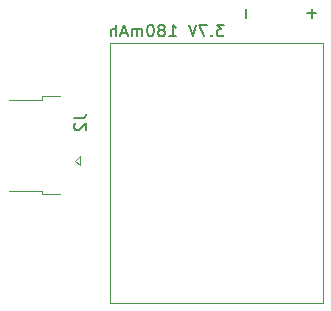
<source format=gbr>
%TF.GenerationSoftware,KiCad,Pcbnew,(5.1.9)-1*%
%TF.CreationDate,2021-06-15T19:58:51-04:00*%
%TF.ProjectId,uBMS,75424d53-2e6b-4696-9361-645f70636258,rev?*%
%TF.SameCoordinates,Original*%
%TF.FileFunction,Legend,Bot*%
%TF.FilePolarity,Positive*%
%FSLAX46Y46*%
G04 Gerber Fmt 4.6, Leading zero omitted, Abs format (unit mm)*
G04 Created by KiCad (PCBNEW (5.1.9)-1) date 2021-06-15 19:58:51*
%MOMM*%
%LPD*%
G01*
G04 APERTURE LIST*
%ADD10C,0.120000*%
%ADD11C,0.150000*%
G04 APERTURE END LIST*
D10*
%TO.C,3.7V 180mAh*%
X102870000Y-79248000D02*
X102870000Y-101248000D01*
X102870000Y-101248000D02*
X84870000Y-101248000D01*
X102870000Y-79248000D02*
X84870000Y-79248000D01*
X84870000Y-79248000D02*
X84870000Y-101248000D01*
%TO.C,J2*%
X81859000Y-89209000D02*
X82309000Y-89609000D01*
X82309000Y-89609000D02*
X82309000Y-88809000D01*
X82309000Y-88809000D02*
X81859000Y-89209000D01*
X76259000Y-84059000D02*
X79059000Y-84059000D01*
X79059000Y-84059000D02*
X79059000Y-83759000D01*
X79059000Y-83759000D02*
X80609000Y-83759000D01*
X76259000Y-91759000D02*
X79059000Y-91759000D01*
X79059000Y-92059000D02*
X79059000Y-91759000D01*
X79059000Y-92059000D02*
X80609000Y-92059000D01*
%TO.C,3.7V 180mAh*%
D11*
X94495333Y-77684380D02*
X93876285Y-77684380D01*
X94209619Y-78065333D01*
X94066761Y-78065333D01*
X93971523Y-78112952D01*
X93923904Y-78160571D01*
X93876285Y-78255809D01*
X93876285Y-78493904D01*
X93923904Y-78589142D01*
X93971523Y-78636761D01*
X94066761Y-78684380D01*
X94352476Y-78684380D01*
X94447714Y-78636761D01*
X94495333Y-78589142D01*
X93447714Y-78589142D02*
X93400095Y-78636761D01*
X93447714Y-78684380D01*
X93495333Y-78636761D01*
X93447714Y-78589142D01*
X93447714Y-78684380D01*
X93066761Y-77684380D02*
X92400095Y-77684380D01*
X92828666Y-78684380D01*
X92162000Y-77684380D02*
X91828666Y-78684380D01*
X91495333Y-77684380D01*
X89876285Y-78684380D02*
X90447714Y-78684380D01*
X90162000Y-78684380D02*
X90162000Y-77684380D01*
X90257238Y-77827238D01*
X90352476Y-77922476D01*
X90447714Y-77970095D01*
X89304857Y-78112952D02*
X89400095Y-78065333D01*
X89447714Y-78017714D01*
X89495333Y-77922476D01*
X89495333Y-77874857D01*
X89447714Y-77779619D01*
X89400095Y-77732000D01*
X89304857Y-77684380D01*
X89114380Y-77684380D01*
X89019142Y-77732000D01*
X88971523Y-77779619D01*
X88923904Y-77874857D01*
X88923904Y-77922476D01*
X88971523Y-78017714D01*
X89019142Y-78065333D01*
X89114380Y-78112952D01*
X89304857Y-78112952D01*
X89400095Y-78160571D01*
X89447714Y-78208190D01*
X89495333Y-78303428D01*
X89495333Y-78493904D01*
X89447714Y-78589142D01*
X89400095Y-78636761D01*
X89304857Y-78684380D01*
X89114380Y-78684380D01*
X89019142Y-78636761D01*
X88971523Y-78589142D01*
X88923904Y-78493904D01*
X88923904Y-78303428D01*
X88971523Y-78208190D01*
X89019142Y-78160571D01*
X89114380Y-78112952D01*
X88304857Y-77684380D02*
X88209619Y-77684380D01*
X88114380Y-77732000D01*
X88066761Y-77779619D01*
X88019142Y-77874857D01*
X87971523Y-78065333D01*
X87971523Y-78303428D01*
X88019142Y-78493904D01*
X88066761Y-78589142D01*
X88114380Y-78636761D01*
X88209619Y-78684380D01*
X88304857Y-78684380D01*
X88400095Y-78636761D01*
X88447714Y-78589142D01*
X88495333Y-78493904D01*
X88542952Y-78303428D01*
X88542952Y-78065333D01*
X88495333Y-77874857D01*
X88447714Y-77779619D01*
X88400095Y-77732000D01*
X88304857Y-77684380D01*
X87542952Y-78684380D02*
X87542952Y-78017714D01*
X87542952Y-78112952D02*
X87495333Y-78065333D01*
X87400095Y-78017714D01*
X87257238Y-78017714D01*
X87162000Y-78065333D01*
X87114380Y-78160571D01*
X87114380Y-78684380D01*
X87114380Y-78160571D02*
X87066761Y-78065333D01*
X86971523Y-78017714D01*
X86828666Y-78017714D01*
X86733428Y-78065333D01*
X86685809Y-78160571D01*
X86685809Y-78684380D01*
X86257238Y-78398666D02*
X85781047Y-78398666D01*
X86352476Y-78684380D02*
X86019142Y-77684380D01*
X85685809Y-78684380D01*
X85352476Y-78684380D02*
X85352476Y-77684380D01*
X84923904Y-78684380D02*
X84923904Y-78160571D01*
X84971523Y-78065333D01*
X85066761Y-78017714D01*
X85209619Y-78017714D01*
X85304857Y-78065333D01*
X85352476Y-78112952D01*
X96337428Y-76327047D02*
X96337428Y-77088952D01*
X101925428Y-76327047D02*
X101925428Y-77088952D01*
X102306380Y-76708000D02*
X101544476Y-76708000D01*
%TO.C,J2*%
X81811380Y-85625666D02*
X82525666Y-85625666D01*
X82668523Y-85578047D01*
X82763761Y-85482809D01*
X82811380Y-85339952D01*
X82811380Y-85244714D01*
X81906619Y-86054238D02*
X81859000Y-86101857D01*
X81811380Y-86197095D01*
X81811380Y-86435190D01*
X81859000Y-86530428D01*
X81906619Y-86578047D01*
X82001857Y-86625666D01*
X82097095Y-86625666D01*
X82239952Y-86578047D01*
X82811380Y-86006619D01*
X82811380Y-86625666D01*
%TD*%
M02*

</source>
